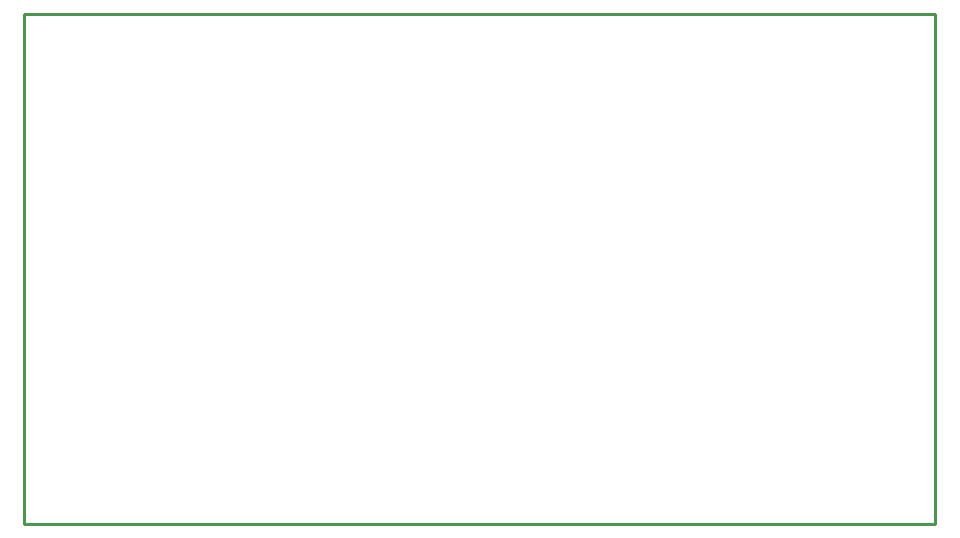
<source format=gbr>
G04 EAGLE Gerber RS-274X export*
G75*
%MOMM*%
%FSLAX34Y34*%
%LPD*%
%IN*%
%IPPOS*%
%AMOC8*
5,1,8,0,0,1.08239X$1,22.5*%
G01*
%ADD10C,0.254000*%


D10*
X114300Y228600D02*
X885700Y228600D01*
X885700Y660300D01*
X114300Y660300D01*
X114300Y228600D01*
M02*

</source>
